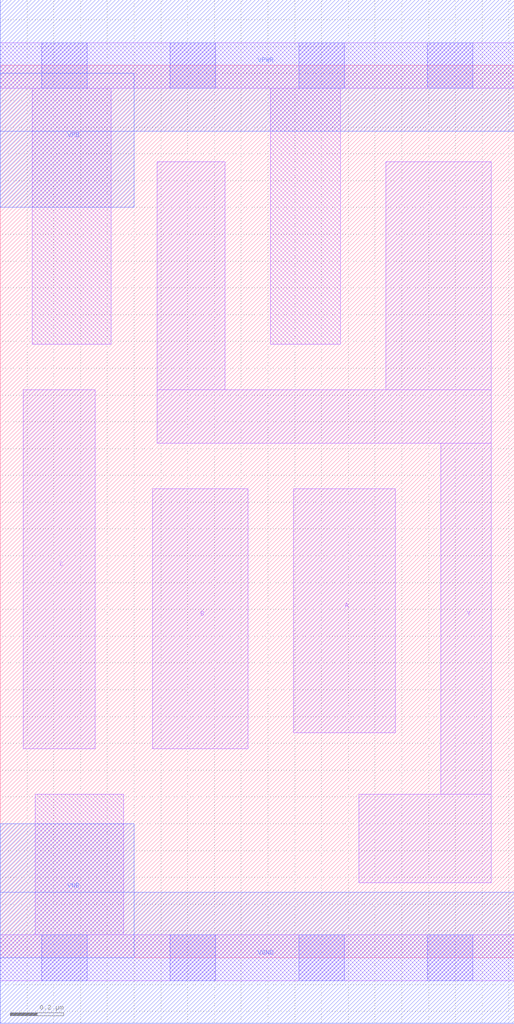
<source format=lef>
# Copyright 2020 The SkyWater PDK Authors
#
# Licensed under the Apache License, Version 2.0 (the "License");
# you may not use this file except in compliance with the License.
# You may obtain a copy of the License at
#
#     https://www.apache.org/licenses/LICENSE-2.0
#
# Unless required by applicable law or agreed to in writing, software
# distributed under the License is distributed on an "AS IS" BASIS,
# WITHOUT WARRANTIES OR CONDITIONS OF ANY KIND, either express or implied.
# See the License for the specific language governing permissions and
# limitations under the License.
#
# SPDX-License-Identifier: Apache-2.0

VERSION 5.5 ;
NAMESCASESENSITIVE ON ;
BUSBITCHARS "[]" ;
DIVIDERCHAR "/" ;
MACRO sky130_fd_sc_lp__nand3_0
  CLASS CORE ;
  SOURCE USER ;
  ORIGIN  0.000000  0.000000 ;
  SIZE  1.920000 BY  3.330000 ;
  SYMMETRY X Y R90 ;
  SITE unit ;
  PIN A
    ANTENNAGATEAREA  0.159000 ;
    DIRECTION INPUT ;
    USE SIGNAL ;
    PORT
      LAYER li1 ;
        RECT 1.095000 0.840000 1.475000 1.750000 ;
    END
  END A
  PIN B
    ANTENNAGATEAREA  0.159000 ;
    DIRECTION INPUT ;
    USE SIGNAL ;
    PORT
      LAYER li1 ;
        RECT 0.570000 0.780000 0.925000 1.750000 ;
    END
  END B
  PIN C
    ANTENNAGATEAREA  0.159000 ;
    DIRECTION INPUT ;
    USE SIGNAL ;
    PORT
      LAYER li1 ;
        RECT 0.085000 0.780000 0.355000 2.120000 ;
    END
  END C
  PIN Y
    ANTENNADIFFAREA  0.460100 ;
    DIRECTION OUTPUT ;
    USE SIGNAL ;
    PORT
      LAYER li1 ;
        RECT 0.585000 1.920000 1.835000 2.120000 ;
        RECT 0.585000 2.120000 0.840000 2.970000 ;
        RECT 1.340000 0.280000 1.835000 0.610000 ;
        RECT 1.440000 2.120000 1.835000 2.970000 ;
        RECT 1.645000 0.610000 1.835000 1.920000 ;
    END
  END Y
  PIN VGND
    DIRECTION INOUT ;
    USE GROUND ;
    PORT
      LAYER met1 ;
        RECT 0.000000 -0.245000 1.920000 0.245000 ;
    END
  END VGND
  PIN VNB
    DIRECTION INOUT ;
    USE GROUND ;
    PORT
      LAYER met1 ;
        RECT 0.000000 0.000000 0.500000 0.500000 ;
    END
  END VNB
  PIN VPB
    DIRECTION INOUT ;
    USE POWER ;
    PORT
      LAYER met1 ;
        RECT 0.000000 2.800000 0.500000 3.300000 ;
    END
  END VPB
  PIN VPWR
    DIRECTION INOUT ;
    USE POWER ;
    PORT
      LAYER met1 ;
        RECT 0.000000 3.085000 1.920000 3.575000 ;
    END
  END VPWR
  OBS
    LAYER li1 ;
      RECT 0.000000 -0.085000 1.920000 0.085000 ;
      RECT 0.000000  3.245000 1.920000 3.415000 ;
      RECT 0.120000  2.290000 0.415000 3.245000 ;
      RECT 0.130000  0.085000 0.460000 0.610000 ;
      RECT 1.010000  2.290000 1.270000 3.245000 ;
    LAYER mcon ;
      RECT 0.155000 -0.085000 0.325000 0.085000 ;
      RECT 0.155000  3.245000 0.325000 3.415000 ;
      RECT 0.635000 -0.085000 0.805000 0.085000 ;
      RECT 0.635000  3.245000 0.805000 3.415000 ;
      RECT 1.115000 -0.085000 1.285000 0.085000 ;
      RECT 1.115000  3.245000 1.285000 3.415000 ;
      RECT 1.595000 -0.085000 1.765000 0.085000 ;
      RECT 1.595000  3.245000 1.765000 3.415000 ;
  END
END sky130_fd_sc_lp__nand3_0

</source>
